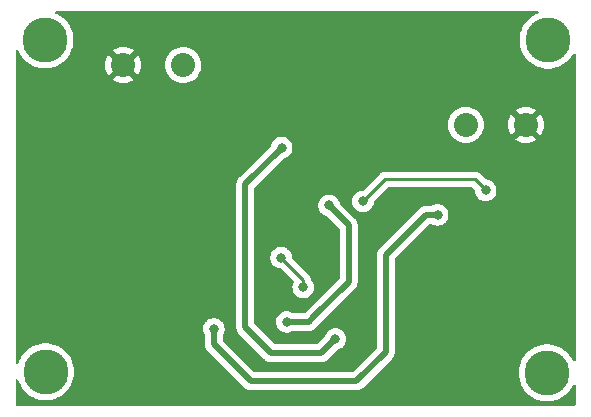
<source format=gbr>
%TF.GenerationSoftware,KiCad,Pcbnew,(6.0.10)*%
%TF.CreationDate,2023-02-10T16:59:39+05:30*%
%TF.ProjectId,MpptDemoBoard,4d707074-4465-46d6-9f42-6f6172642e6b,rev?*%
%TF.SameCoordinates,Original*%
%TF.FileFunction,Copper,L2,Bot*%
%TF.FilePolarity,Positive*%
%FSLAX46Y46*%
G04 Gerber Fmt 4.6, Leading zero omitted, Abs format (unit mm)*
G04 Created by KiCad (PCBNEW (6.0.10)) date 2023-02-10 16:59:39*
%MOMM*%
%LPD*%
G01*
G04 APERTURE LIST*
%TA.AperFunction,ComponentPad*%
%ADD10C,3.800000*%
%TD*%
%TA.AperFunction,ComponentPad*%
%ADD11C,2.032000*%
%TD*%
%TA.AperFunction,ViaPad*%
%ADD12C,0.800000*%
%TD*%
%TA.AperFunction,Conductor*%
%ADD13C,0.500000*%
%TD*%
%TA.AperFunction,Conductor*%
%ADD14C,0.250000*%
%TD*%
G04 APERTURE END LIST*
D10*
%TO.P,REF\u002A\u002A,1*%
%TO.N,N/C*%
X144551400Y-128955800D03*
%TD*%
%TO.P,REF\u002A\u002A,1*%
%TO.N,N/C*%
X144627600Y-100787200D03*
%TD*%
D11*
%TO.P,U1,1,1*%
%TO.N,Net-(C1-Pad2)*%
X137668000Y-107950000D03*
%TO.P,U1,2,2*%
%TO.N,GND*%
X142748000Y-107950000D03*
%TD*%
D10*
%TO.P,REF\u002A\u002A,1*%
%TO.N,N/C*%
X102031800Y-100761800D03*
%TD*%
%TO.P,REF\u002A\u002A,1*%
%TO.N,N/C*%
X102082600Y-128854200D03*
%TD*%
D11*
%TO.P,U2,1,1*%
%TO.N,Net-(R3-Pad2)*%
X113741200Y-102895400D03*
%TO.P,U2,2,2*%
%TO.N,GND*%
X108661200Y-102895400D03*
%TD*%
D12*
%TO.N,Net-(C1-Pad2)*%
X116332000Y-125222000D03*
X135280400Y-115570000D03*
%TO.N,Net-(C2-Pad1)*%
X128955800Y-114427000D03*
X139344400Y-113487200D03*
%TO.N,Net-(C3-Pad1)*%
X122504200Y-124637800D03*
X126085600Y-114782600D03*
%TO.N,Net-(C5-Pad1)*%
X126619000Y-126085600D03*
X122072400Y-109880400D03*
%TO.N,Net-(IC1-Pad3)*%
X122021600Y-119202200D03*
X123901200Y-121716800D03*
%TD*%
D13*
%TO.N,Net-(C1-Pad2)*%
X130886200Y-118948200D02*
X134264400Y-115570000D01*
X119456200Y-129667000D02*
X128397000Y-129667000D01*
X116332000Y-125222000D02*
X116332000Y-126390400D01*
X134264400Y-115570000D02*
X135280400Y-115570000D01*
X128397000Y-129667000D02*
X130886200Y-127177800D01*
X116306600Y-126415800D02*
X116306600Y-126517400D01*
X116306600Y-126517400D02*
X119456200Y-129667000D01*
X116332000Y-126390400D02*
X116306600Y-126415800D01*
X130886200Y-127177800D02*
X130886200Y-118948200D01*
D14*
%TO.N,Net-(C2-Pad1)*%
X138404600Y-112547400D02*
X139344400Y-113487200D01*
X130835400Y-112547400D02*
X135940800Y-112547400D01*
X128955800Y-114427000D02*
X130835400Y-112547400D01*
X135940800Y-112547400D02*
X138404600Y-112547400D01*
D13*
%TO.N,Net-(C3-Pad1)*%
X126085600Y-114782600D02*
X127736600Y-116433600D01*
X127736600Y-116433600D02*
X127736600Y-116916200D01*
X127736600Y-121285000D02*
X124764800Y-124256800D01*
X124383800Y-124637800D02*
X122504200Y-124637800D01*
X127736600Y-116916200D02*
X127736600Y-121285000D01*
X124764800Y-124256800D02*
X124383800Y-124637800D01*
%TO.N,Net-(C5-Pad1)*%
X118999000Y-125095000D02*
X121183400Y-127279400D01*
X125425200Y-127279400D02*
X126619000Y-126085600D01*
X122072400Y-109880400D02*
X118999000Y-112953800D01*
X121183400Y-127279400D02*
X124968000Y-127279400D01*
X124968000Y-127279400D02*
X125425200Y-127279400D01*
X118999000Y-112953800D02*
X118999000Y-125095000D01*
D14*
%TO.N,Net-(IC1-Pad3)*%
X123901200Y-121081800D02*
X123901200Y-121716800D01*
X122021600Y-119202200D02*
X123901200Y-121081800D01*
%TD*%
%TA.AperFunction,Conductor*%
%TO.N,GND*%
G36*
X143778320Y-98318502D02*
G01*
X143824813Y-98372158D01*
X143834917Y-98442432D01*
X143805423Y-98507012D01*
X143756583Y-98541652D01*
X143603757Y-98602160D01*
X143603752Y-98602162D01*
X143600083Y-98603615D01*
X143596615Y-98605521D01*
X143596614Y-98605522D01*
X143384185Y-98722307D01*
X143334510Y-98749616D01*
X143089329Y-98927750D01*
X142868408Y-99135208D01*
X142733670Y-99298079D01*
X142696243Y-99343320D01*
X142675230Y-99368720D01*
X142512842Y-99624602D01*
X142511155Y-99628188D01*
X142393356Y-99878525D01*
X142383806Y-99898819D01*
X142290155Y-100187046D01*
X142233367Y-100484738D01*
X142214338Y-100787200D01*
X142233367Y-101089662D01*
X142290155Y-101387354D01*
X142307596Y-101441031D01*
X142378172Y-101658240D01*
X142383806Y-101675581D01*
X142512842Y-101949798D01*
X142675230Y-102205680D01*
X142868408Y-102439192D01*
X143089329Y-102646650D01*
X143092531Y-102648977D01*
X143092533Y-102648978D01*
X143095927Y-102651444D01*
X143334510Y-102824784D01*
X143337979Y-102826691D01*
X143337982Y-102826693D01*
X143596614Y-102968878D01*
X143600083Y-102970785D01*
X143603752Y-102972238D01*
X143603757Y-102972240D01*
X143878191Y-103080896D01*
X143881861Y-103082349D01*
X144175400Y-103157716D01*
X144476070Y-103195700D01*
X144779130Y-103195700D01*
X145079800Y-103157716D01*
X145373339Y-103082349D01*
X145377009Y-103080896D01*
X145651443Y-102972240D01*
X145651448Y-102972238D01*
X145655117Y-102970785D01*
X145658586Y-102968878D01*
X145917218Y-102826693D01*
X145917221Y-102826691D01*
X145920690Y-102824784D01*
X146159273Y-102651444D01*
X146162667Y-102648978D01*
X146162669Y-102648977D01*
X146165871Y-102646650D01*
X146386792Y-102439192D01*
X146579970Y-102205680D01*
X146731515Y-101966884D01*
X146784904Y-101920085D01*
X146855119Y-101909580D01*
X146919867Y-101938704D01*
X146958591Y-101998210D01*
X146963900Y-102034398D01*
X146963900Y-127862246D01*
X146943898Y-127930367D01*
X146890242Y-127976860D01*
X146819968Y-127986964D01*
X146755388Y-127957470D01*
X146723892Y-127915894D01*
X146709310Y-127884905D01*
X146666158Y-127793202D01*
X146503770Y-127537320D01*
X146480363Y-127509025D01*
X146426562Y-127443992D01*
X146310592Y-127303808D01*
X146089671Y-127096350D01*
X145844490Y-126918216D01*
X145774158Y-126879550D01*
X145582386Y-126774122D01*
X145582385Y-126774121D01*
X145578917Y-126772215D01*
X145575248Y-126770762D01*
X145575243Y-126770760D01*
X145300809Y-126662104D01*
X145300808Y-126662104D01*
X145297139Y-126660651D01*
X145003600Y-126585284D01*
X144702930Y-126547300D01*
X144399870Y-126547300D01*
X144099200Y-126585284D01*
X143805661Y-126660651D01*
X143801992Y-126662104D01*
X143801991Y-126662104D01*
X143527557Y-126770760D01*
X143527552Y-126770762D01*
X143523883Y-126772215D01*
X143520415Y-126774121D01*
X143520414Y-126774122D01*
X143328643Y-126879550D01*
X143258310Y-126918216D01*
X143013129Y-127096350D01*
X142792208Y-127303808D01*
X142676238Y-127443992D01*
X142622438Y-127509025D01*
X142599030Y-127537320D01*
X142436642Y-127793202D01*
X142376304Y-127921428D01*
X142320490Y-128040040D01*
X142307606Y-128067419D01*
X142213955Y-128355646D01*
X142157167Y-128653338D01*
X142138138Y-128955800D01*
X142157167Y-129258262D01*
X142213955Y-129555954D01*
X142307606Y-129844181D01*
X142309293Y-129847767D01*
X142309295Y-129847771D01*
X142353911Y-129942585D01*
X142436642Y-130118398D01*
X142438766Y-130121744D01*
X142438766Y-130121745D01*
X142464728Y-130162655D01*
X142599030Y-130374280D01*
X142601549Y-130377325D01*
X142601552Y-130377329D01*
X142628731Y-130410182D01*
X142792208Y-130607792D01*
X143013129Y-130815250D01*
X143258310Y-130993384D01*
X143261779Y-130995291D01*
X143261782Y-130995293D01*
X143341721Y-131039240D01*
X143523883Y-131139385D01*
X143527552Y-131140838D01*
X143527557Y-131140840D01*
X143736916Y-131223731D01*
X143805661Y-131250949D01*
X144099200Y-131326316D01*
X144399870Y-131364300D01*
X144702930Y-131364300D01*
X145003600Y-131326316D01*
X145297139Y-131250949D01*
X145365884Y-131223731D01*
X145575243Y-131140840D01*
X145575248Y-131140838D01*
X145578917Y-131139385D01*
X145761079Y-131039240D01*
X145841018Y-130995293D01*
X145841021Y-130995291D01*
X145844490Y-130993384D01*
X146089671Y-130815250D01*
X146310592Y-130607792D01*
X146474069Y-130410182D01*
X146501248Y-130377329D01*
X146501251Y-130377325D01*
X146503770Y-130374280D01*
X146638072Y-130162655D01*
X146664034Y-130121745D01*
X146664034Y-130121744D01*
X146666158Y-130118398D01*
X146723892Y-129995706D01*
X146770994Y-129942585D01*
X146839339Y-129923362D01*
X146907227Y-129944141D01*
X146953104Y-129998324D01*
X146963900Y-130049354D01*
X146963900Y-131597900D01*
X146943898Y-131666021D01*
X146890242Y-131712514D01*
X146837900Y-131723900D01*
X99669100Y-131723900D01*
X99600979Y-131703898D01*
X99554486Y-131650242D01*
X99543100Y-131597900D01*
X99543100Y-129628024D01*
X99563102Y-129559903D01*
X99616758Y-129513410D01*
X99687032Y-129503306D01*
X99751612Y-129532800D01*
X99788933Y-129589088D01*
X99838806Y-129742581D01*
X99967842Y-130016798D01*
X100130230Y-130272680D01*
X100323408Y-130506192D01*
X100544329Y-130713650D01*
X100789510Y-130891784D01*
X100792979Y-130893691D01*
X100792982Y-130893693D01*
X100974318Y-130993384D01*
X101055083Y-131037785D01*
X101058752Y-131039238D01*
X101058757Y-131039240D01*
X101306878Y-131137478D01*
X101336861Y-131149349D01*
X101630400Y-131224716D01*
X101931070Y-131262700D01*
X102234130Y-131262700D01*
X102534800Y-131224716D01*
X102828339Y-131149349D01*
X102858322Y-131137478D01*
X103106443Y-131039240D01*
X103106448Y-131039238D01*
X103110117Y-131037785D01*
X103190882Y-130993384D01*
X103372218Y-130893693D01*
X103372221Y-130893691D01*
X103375690Y-130891784D01*
X103620871Y-130713650D01*
X103841792Y-130506192D01*
X104034970Y-130272680D01*
X104197358Y-130016798D01*
X104326394Y-129742581D01*
X104420045Y-129454354D01*
X104476833Y-129156662D01*
X104495862Y-128854200D01*
X104476833Y-128551738D01*
X104420045Y-128254046D01*
X104350280Y-128039333D01*
X104327620Y-127969592D01*
X104327620Y-127969591D01*
X104326394Y-127965819D01*
X104324113Y-127960970D01*
X104250700Y-127804960D01*
X104197358Y-127691602D01*
X104034970Y-127435720D01*
X103841792Y-127202208D01*
X103620871Y-126994750D01*
X103609526Y-126986507D01*
X103561630Y-126951709D01*
X103375690Y-126816616D01*
X103298395Y-126774122D01*
X103113586Y-126672522D01*
X103113585Y-126672521D01*
X103110117Y-126670615D01*
X103106448Y-126669162D01*
X103106443Y-126669160D01*
X102832009Y-126560504D01*
X102832008Y-126560504D01*
X102828339Y-126559051D01*
X102534800Y-126483684D01*
X102234130Y-126445700D01*
X101931070Y-126445700D01*
X101630400Y-126483684D01*
X101336861Y-126559051D01*
X101333192Y-126560504D01*
X101333191Y-126560504D01*
X101058757Y-126669160D01*
X101058752Y-126669162D01*
X101055083Y-126670615D01*
X101051615Y-126672521D01*
X101051614Y-126672522D01*
X100866806Y-126774122D01*
X100789510Y-126816616D01*
X100603570Y-126951709D01*
X100555675Y-126986507D01*
X100544329Y-126994750D01*
X100323408Y-127202208D01*
X100130230Y-127435720D01*
X99967842Y-127691602D01*
X99914500Y-127804960D01*
X99841088Y-127960970D01*
X99838806Y-127965819D01*
X99837580Y-127969591D01*
X99837580Y-127969592D01*
X99819859Y-128024133D01*
X99806961Y-128063829D01*
X99788933Y-128119312D01*
X99748860Y-128177918D01*
X99683463Y-128205555D01*
X99613506Y-128193448D01*
X99561200Y-128145442D01*
X99543100Y-128080376D01*
X99543100Y-125222000D01*
X115418496Y-125222000D01*
X115419186Y-125228565D01*
X115427930Y-125311755D01*
X115438458Y-125411928D01*
X115497473Y-125593556D01*
X115500776Y-125599278D01*
X115500777Y-125599279D01*
X115556619Y-125695999D01*
X115573500Y-125758999D01*
X115573500Y-126202543D01*
X115570860Y-126228201D01*
X115567114Y-126246211D01*
X115566144Y-126250496D01*
X115548792Y-126321410D01*
X115548100Y-126332564D01*
X115548064Y-126332562D01*
X115547825Y-126336555D01*
X115547451Y-126340747D01*
X115545960Y-126347915D01*
X115546158Y-126355232D01*
X115548054Y-126425321D01*
X115548100Y-126428728D01*
X115548100Y-126450330D01*
X115546667Y-126469280D01*
X115543401Y-126490749D01*
X115543994Y-126498041D01*
X115543994Y-126498044D01*
X115547685Y-126543418D01*
X115548100Y-126553633D01*
X115548100Y-126561693D01*
X115548525Y-126565337D01*
X115551389Y-126589907D01*
X115551822Y-126594282D01*
X115557141Y-126659670D01*
X115557740Y-126667037D01*
X115559996Y-126674001D01*
X115561187Y-126679960D01*
X115562571Y-126685815D01*
X115563418Y-126693081D01*
X115588335Y-126761727D01*
X115589752Y-126765855D01*
X115612249Y-126835299D01*
X115616045Y-126841554D01*
X115618551Y-126847028D01*
X115621270Y-126852458D01*
X115623767Y-126859337D01*
X115627780Y-126865457D01*
X115627780Y-126865458D01*
X115663786Y-126920376D01*
X115666123Y-126924080D01*
X115704005Y-126986507D01*
X115707721Y-126990715D01*
X115707722Y-126990716D01*
X115711403Y-126994884D01*
X115711376Y-126994908D01*
X115714029Y-126997900D01*
X115716732Y-127001133D01*
X115720744Y-127007252D01*
X115726056Y-127012284D01*
X115776983Y-127060528D01*
X115779425Y-127062906D01*
X118872430Y-130155911D01*
X118884816Y-130170323D01*
X118893349Y-130181918D01*
X118893354Y-130181923D01*
X118897692Y-130187818D01*
X118903270Y-130192557D01*
X118903273Y-130192560D01*
X118937968Y-130222035D01*
X118945484Y-130228965D01*
X118951179Y-130234660D01*
X118954061Y-130236940D01*
X118973451Y-130252281D01*
X118976855Y-130255072D01*
X119001170Y-130275729D01*
X119032485Y-130302333D01*
X119039001Y-130305661D01*
X119044050Y-130309028D01*
X119049179Y-130312195D01*
X119054916Y-130316734D01*
X119121075Y-130347655D01*
X119124969Y-130349558D01*
X119190008Y-130382769D01*
X119197116Y-130384508D01*
X119202759Y-130386607D01*
X119208522Y-130388524D01*
X119215150Y-130391622D01*
X119222312Y-130393112D01*
X119222313Y-130393112D01*
X119286612Y-130406486D01*
X119290896Y-130407456D01*
X119361810Y-130424808D01*
X119367412Y-130425156D01*
X119367415Y-130425156D01*
X119372964Y-130425500D01*
X119372962Y-130425536D01*
X119376955Y-130425775D01*
X119381147Y-130426149D01*
X119388315Y-130427640D01*
X119465720Y-130425546D01*
X119469128Y-130425500D01*
X128329930Y-130425500D01*
X128348880Y-130426933D01*
X128363115Y-130429099D01*
X128363119Y-130429099D01*
X128370349Y-130430199D01*
X128377641Y-130429606D01*
X128377644Y-130429606D01*
X128423018Y-130425915D01*
X128433233Y-130425500D01*
X128441293Y-130425500D01*
X128458680Y-130423473D01*
X128469507Y-130422211D01*
X128473882Y-130421778D01*
X128539339Y-130416454D01*
X128539342Y-130416453D01*
X128546637Y-130415860D01*
X128553601Y-130413604D01*
X128559560Y-130412413D01*
X128565415Y-130411029D01*
X128572681Y-130410182D01*
X128641327Y-130385265D01*
X128645455Y-130383848D01*
X128707936Y-130363607D01*
X128707938Y-130363606D01*
X128714899Y-130361351D01*
X128721154Y-130357555D01*
X128726628Y-130355049D01*
X128732058Y-130352330D01*
X128738937Y-130349833D01*
X128745058Y-130345820D01*
X128799976Y-130309814D01*
X128803680Y-130307477D01*
X128866107Y-130269595D01*
X128874484Y-130262197D01*
X128874508Y-130262224D01*
X128877500Y-130259571D01*
X128880733Y-130256868D01*
X128886852Y-130252856D01*
X128940128Y-130196617D01*
X128942506Y-130194175D01*
X131375111Y-127761570D01*
X131389523Y-127749184D01*
X131401118Y-127740651D01*
X131401123Y-127740646D01*
X131407018Y-127736308D01*
X131411757Y-127730730D01*
X131411760Y-127730727D01*
X131441235Y-127696032D01*
X131448165Y-127688516D01*
X131453860Y-127682821D01*
X131471481Y-127660549D01*
X131474272Y-127657145D01*
X131516791Y-127607097D01*
X131516792Y-127607095D01*
X131521533Y-127601515D01*
X131524861Y-127594999D01*
X131528228Y-127589950D01*
X131531395Y-127584821D01*
X131535934Y-127579084D01*
X131566855Y-127512925D01*
X131568761Y-127509025D01*
X131601969Y-127443992D01*
X131603708Y-127436884D01*
X131605807Y-127431241D01*
X131607724Y-127425478D01*
X131610822Y-127418850D01*
X131625687Y-127347383D01*
X131626657Y-127343099D01*
X131644008Y-127272190D01*
X131644700Y-127261036D01*
X131644736Y-127261038D01*
X131644975Y-127257045D01*
X131645349Y-127252853D01*
X131646840Y-127245685D01*
X131644746Y-127168279D01*
X131644700Y-127164872D01*
X131644700Y-119314571D01*
X131664702Y-119246450D01*
X131681605Y-119225476D01*
X134541676Y-116365405D01*
X134603988Y-116331379D01*
X134630771Y-116328500D01*
X134737813Y-116328500D01*
X134811872Y-116352563D01*
X134818302Y-116357235D01*
X134818309Y-116357239D01*
X134823648Y-116361118D01*
X134829676Y-116363802D01*
X134829678Y-116363803D01*
X134916549Y-116402480D01*
X134998112Y-116438794D01*
X135064739Y-116452956D01*
X135178456Y-116477128D01*
X135178461Y-116477128D01*
X135184913Y-116478500D01*
X135375887Y-116478500D01*
X135382339Y-116477128D01*
X135382344Y-116477128D01*
X135496061Y-116452956D01*
X135562688Y-116438794D01*
X135644251Y-116402480D01*
X135731122Y-116363803D01*
X135731124Y-116363802D01*
X135737152Y-116361118D01*
X135742497Y-116357235D01*
X135843345Y-116283964D01*
X135891653Y-116248866D01*
X135949033Y-116185139D01*
X136015021Y-116111852D01*
X136015022Y-116111851D01*
X136019440Y-116106944D01*
X136114927Y-115941556D01*
X136173942Y-115759928D01*
X136185632Y-115648709D01*
X136193214Y-115576565D01*
X136193904Y-115570000D01*
X136173942Y-115380072D01*
X136114927Y-115198444D01*
X136092662Y-115159879D01*
X136061477Y-115105866D01*
X136019440Y-115033056D01*
X135975400Y-114984144D01*
X135896075Y-114896045D01*
X135896074Y-114896044D01*
X135891653Y-114891134D01*
X135782047Y-114811500D01*
X135742494Y-114782763D01*
X135742493Y-114782762D01*
X135737152Y-114778882D01*
X135731124Y-114776198D01*
X135731122Y-114776197D01*
X135568719Y-114703891D01*
X135568718Y-114703891D01*
X135562688Y-114701206D01*
X135469287Y-114681353D01*
X135382344Y-114662872D01*
X135382339Y-114662872D01*
X135375887Y-114661500D01*
X135184913Y-114661500D01*
X135178461Y-114662872D01*
X135178456Y-114662872D01*
X135091513Y-114681353D01*
X134998112Y-114701206D01*
X134992082Y-114703891D01*
X134992081Y-114703891D01*
X134829678Y-114776197D01*
X134829676Y-114776198D01*
X134823648Y-114778882D01*
X134818309Y-114782761D01*
X134818302Y-114782765D01*
X134811872Y-114787437D01*
X134737813Y-114811500D01*
X134331469Y-114811500D01*
X134312521Y-114810067D01*
X134305180Y-114808950D01*
X134298283Y-114807901D01*
X134298281Y-114807901D01*
X134291051Y-114806801D01*
X134283759Y-114807394D01*
X134283756Y-114807394D01*
X134238382Y-114811085D01*
X134228167Y-114811500D01*
X134220107Y-114811500D01*
X134206817Y-114813049D01*
X134191893Y-114814789D01*
X134187518Y-114815222D01*
X134122061Y-114820546D01*
X134122058Y-114820547D01*
X134114763Y-114821140D01*
X134107799Y-114823396D01*
X134101840Y-114824587D01*
X134095985Y-114825971D01*
X134088719Y-114826818D01*
X134020073Y-114851735D01*
X134015945Y-114853152D01*
X133953464Y-114873393D01*
X133953462Y-114873394D01*
X133946501Y-114875649D01*
X133940246Y-114879445D01*
X133934772Y-114881951D01*
X133929342Y-114884670D01*
X133922463Y-114887167D01*
X133861416Y-114927191D01*
X133857727Y-114929518D01*
X133837535Y-114941771D01*
X133800093Y-114964491D01*
X133800088Y-114964495D01*
X133795292Y-114967405D01*
X133791085Y-114971121D01*
X133791082Y-114971123D01*
X133786945Y-114974777D01*
X133786916Y-114974803D01*
X133786893Y-114974777D01*
X133783903Y-114977426D01*
X133780664Y-114980134D01*
X133774548Y-114984144D01*
X133769521Y-114989451D01*
X133769517Y-114989454D01*
X133721272Y-115040383D01*
X133718894Y-115042825D01*
X130397289Y-118364430D01*
X130382877Y-118376816D01*
X130371282Y-118385349D01*
X130371277Y-118385354D01*
X130365382Y-118389692D01*
X130360643Y-118395270D01*
X130360640Y-118395273D01*
X130331165Y-118429968D01*
X130324235Y-118437484D01*
X130318540Y-118443179D01*
X130316260Y-118446061D01*
X130300919Y-118465451D01*
X130298128Y-118468855D01*
X130255609Y-118518903D01*
X130250867Y-118524485D01*
X130247539Y-118531001D01*
X130244172Y-118536050D01*
X130241005Y-118541179D01*
X130236466Y-118546916D01*
X130205545Y-118613075D01*
X130203642Y-118616969D01*
X130170431Y-118682008D01*
X130168692Y-118689116D01*
X130166593Y-118694759D01*
X130164676Y-118700522D01*
X130161578Y-118707150D01*
X130160088Y-118714312D01*
X130160088Y-118714313D01*
X130146714Y-118778612D01*
X130145744Y-118782896D01*
X130128392Y-118853810D01*
X130127700Y-118864964D01*
X130127664Y-118864962D01*
X130127425Y-118868955D01*
X130127051Y-118873147D01*
X130125560Y-118880315D01*
X130125758Y-118887632D01*
X130127654Y-118957721D01*
X130127700Y-118961128D01*
X130127700Y-126811429D01*
X130107698Y-126879550D01*
X130090795Y-126900524D01*
X128119724Y-128871595D01*
X128057412Y-128905621D01*
X128030629Y-128908500D01*
X119822571Y-128908500D01*
X119754450Y-128888498D01*
X119733476Y-128871595D01*
X117127405Y-126265524D01*
X117093379Y-126203212D01*
X117090500Y-126176429D01*
X117090500Y-125758999D01*
X117107381Y-125695999D01*
X117163223Y-125599279D01*
X117163224Y-125599278D01*
X117166527Y-125593556D01*
X117225542Y-125411928D01*
X117236071Y-125311755D01*
X117244814Y-125228565D01*
X117245504Y-125222000D01*
X117240537Y-125174744D01*
X117229355Y-125068349D01*
X118235801Y-125068349D01*
X118236394Y-125075641D01*
X118236394Y-125075644D01*
X118240085Y-125121018D01*
X118240500Y-125131233D01*
X118240500Y-125139293D01*
X118240925Y-125142937D01*
X118243789Y-125167507D01*
X118244222Y-125171882D01*
X118249493Y-125236678D01*
X118250140Y-125244637D01*
X118252396Y-125251601D01*
X118253587Y-125257560D01*
X118254971Y-125263415D01*
X118255818Y-125270681D01*
X118280735Y-125339327D01*
X118282152Y-125343455D01*
X118300438Y-125399899D01*
X118304649Y-125412899D01*
X118308445Y-125419154D01*
X118310951Y-125424628D01*
X118313670Y-125430058D01*
X118316167Y-125436937D01*
X118320180Y-125443057D01*
X118320180Y-125443058D01*
X118356186Y-125497976D01*
X118358523Y-125501680D01*
X118396405Y-125564107D01*
X118400121Y-125568315D01*
X118400122Y-125568316D01*
X118403803Y-125572484D01*
X118403776Y-125572508D01*
X118406429Y-125575500D01*
X118409132Y-125578733D01*
X118413144Y-125584852D01*
X118418456Y-125589884D01*
X118469383Y-125638128D01*
X118471825Y-125640506D01*
X120599630Y-127768311D01*
X120612016Y-127782723D01*
X120620549Y-127794318D01*
X120620554Y-127794323D01*
X120624892Y-127800218D01*
X120630470Y-127804957D01*
X120630473Y-127804960D01*
X120665168Y-127834435D01*
X120672684Y-127841365D01*
X120678379Y-127847060D01*
X120681261Y-127849340D01*
X120700651Y-127864681D01*
X120704055Y-127867472D01*
X120754103Y-127909991D01*
X120759685Y-127914733D01*
X120766201Y-127918061D01*
X120771250Y-127921428D01*
X120776379Y-127924595D01*
X120782116Y-127929134D01*
X120848275Y-127960055D01*
X120852169Y-127961958D01*
X120917208Y-127995169D01*
X120924316Y-127996908D01*
X120929959Y-127999007D01*
X120935722Y-128000924D01*
X120942350Y-128004022D01*
X120949512Y-128005512D01*
X120949513Y-128005512D01*
X121013812Y-128018886D01*
X121018096Y-128019856D01*
X121089010Y-128037208D01*
X121094612Y-128037556D01*
X121094615Y-128037556D01*
X121100164Y-128037900D01*
X121100162Y-128037936D01*
X121104155Y-128038175D01*
X121108347Y-128038549D01*
X121115515Y-128040040D01*
X121192920Y-128037946D01*
X121196328Y-128037900D01*
X125358130Y-128037900D01*
X125377080Y-128039333D01*
X125391315Y-128041499D01*
X125391319Y-128041499D01*
X125398549Y-128042599D01*
X125405841Y-128042006D01*
X125405844Y-128042006D01*
X125451218Y-128038315D01*
X125461433Y-128037900D01*
X125469493Y-128037900D01*
X125486880Y-128035873D01*
X125497707Y-128034611D01*
X125502082Y-128034178D01*
X125567539Y-128028854D01*
X125567542Y-128028853D01*
X125574837Y-128028260D01*
X125581801Y-128026004D01*
X125587760Y-128024813D01*
X125593615Y-128023429D01*
X125600881Y-128022582D01*
X125669527Y-127997665D01*
X125673655Y-127996248D01*
X125736136Y-127976007D01*
X125736138Y-127976006D01*
X125743099Y-127973751D01*
X125749354Y-127969955D01*
X125754828Y-127967449D01*
X125760258Y-127964730D01*
X125767137Y-127962233D01*
X125774402Y-127957470D01*
X125828176Y-127922214D01*
X125831880Y-127919877D01*
X125894307Y-127881995D01*
X125902684Y-127874597D01*
X125902708Y-127874624D01*
X125905700Y-127871971D01*
X125908933Y-127869268D01*
X125915052Y-127865256D01*
X125968328Y-127809017D01*
X125970706Y-127806575D01*
X126775331Y-127001950D01*
X126838228Y-126967799D01*
X126894824Y-126955769D01*
X126894833Y-126955766D01*
X126901288Y-126954394D01*
X126969341Y-126924095D01*
X127069722Y-126879403D01*
X127069724Y-126879402D01*
X127075752Y-126876718D01*
X127116997Y-126846752D01*
X127165614Y-126811429D01*
X127230253Y-126764466D01*
X127294528Y-126693081D01*
X127353621Y-126627452D01*
X127353622Y-126627451D01*
X127358040Y-126622544D01*
X127418387Y-126518021D01*
X127450223Y-126462879D01*
X127450224Y-126462878D01*
X127453527Y-126457156D01*
X127512542Y-126275528D01*
X127513594Y-126265524D01*
X127531814Y-126092165D01*
X127532504Y-126085600D01*
X127512542Y-125895672D01*
X127453527Y-125714044D01*
X127358040Y-125548656D01*
X127240583Y-125418206D01*
X127234675Y-125411645D01*
X127234674Y-125411644D01*
X127230253Y-125406734D01*
X127075752Y-125294482D01*
X127069724Y-125291798D01*
X127069722Y-125291797D01*
X126907319Y-125219491D01*
X126907318Y-125219491D01*
X126901288Y-125216806D01*
X126807888Y-125196953D01*
X126720944Y-125178472D01*
X126720939Y-125178472D01*
X126714487Y-125177100D01*
X126523513Y-125177100D01*
X126517061Y-125178472D01*
X126517056Y-125178472D01*
X126430112Y-125196953D01*
X126336712Y-125216806D01*
X126330682Y-125219491D01*
X126330681Y-125219491D01*
X126168278Y-125291797D01*
X126168276Y-125291798D01*
X126162248Y-125294482D01*
X126007747Y-125406734D01*
X126003326Y-125411644D01*
X126003325Y-125411645D01*
X125997418Y-125418206D01*
X125879960Y-125548656D01*
X125784473Y-125714044D01*
X125782431Y-125720329D01*
X125729613Y-125882885D01*
X125698875Y-125933044D01*
X125147924Y-126483995D01*
X125085612Y-126518021D01*
X125058829Y-126520900D01*
X121549771Y-126520900D01*
X121481650Y-126500898D01*
X121460676Y-126483995D01*
X119794405Y-124817724D01*
X119760379Y-124755412D01*
X119757500Y-124728629D01*
X119757500Y-124637800D01*
X121590696Y-124637800D01*
X121591386Y-124644365D01*
X121609607Y-124817724D01*
X121610658Y-124827728D01*
X121669673Y-125009356D01*
X121672976Y-125015078D01*
X121672977Y-125015079D01*
X121699556Y-125061115D01*
X121765160Y-125174744D01*
X121769578Y-125179651D01*
X121769579Y-125179652D01*
X121860486Y-125280614D01*
X121892947Y-125316666D01*
X121924092Y-125339294D01*
X122042104Y-125425035D01*
X122047448Y-125428918D01*
X122053476Y-125431602D01*
X122053478Y-125431603D01*
X122215881Y-125503909D01*
X122221912Y-125506594D01*
X122315312Y-125526447D01*
X122402256Y-125544928D01*
X122402261Y-125544928D01*
X122408713Y-125546300D01*
X122599687Y-125546300D01*
X122606139Y-125544928D01*
X122606144Y-125544928D01*
X122693088Y-125526447D01*
X122786488Y-125506594D01*
X122792519Y-125503909D01*
X122954922Y-125431603D01*
X122954924Y-125431602D01*
X122960952Y-125428918D01*
X122966291Y-125425039D01*
X122966298Y-125425035D01*
X122972728Y-125420363D01*
X123046787Y-125396300D01*
X124316730Y-125396300D01*
X124335680Y-125397733D01*
X124349915Y-125399899D01*
X124349919Y-125399899D01*
X124357149Y-125400999D01*
X124364441Y-125400406D01*
X124364444Y-125400406D01*
X124409818Y-125396715D01*
X124420033Y-125396300D01*
X124428093Y-125396300D01*
X124441383Y-125394751D01*
X124456307Y-125393011D01*
X124460682Y-125392578D01*
X124526139Y-125387254D01*
X124526142Y-125387253D01*
X124533437Y-125386660D01*
X124540401Y-125384404D01*
X124546360Y-125383213D01*
X124552215Y-125381829D01*
X124559481Y-125380982D01*
X124628127Y-125356065D01*
X124632255Y-125354648D01*
X124694736Y-125334407D01*
X124694738Y-125334406D01*
X124701699Y-125332151D01*
X124707954Y-125328355D01*
X124713428Y-125325849D01*
X124718858Y-125323130D01*
X124725737Y-125320633D01*
X124786776Y-125280614D01*
X124790480Y-125278277D01*
X124852907Y-125240395D01*
X124861284Y-125232997D01*
X124861308Y-125233024D01*
X124864300Y-125230371D01*
X124867533Y-125227668D01*
X124873652Y-125223656D01*
X124926928Y-125167417D01*
X124929306Y-125164975D01*
X128225511Y-121868770D01*
X128239923Y-121856384D01*
X128251518Y-121847851D01*
X128251523Y-121847846D01*
X128257418Y-121843508D01*
X128262157Y-121837930D01*
X128262160Y-121837927D01*
X128291635Y-121803232D01*
X128298565Y-121795716D01*
X128304260Y-121790021D01*
X128321881Y-121767749D01*
X128324672Y-121764345D01*
X128367191Y-121714297D01*
X128367192Y-121714295D01*
X128371933Y-121708715D01*
X128375261Y-121702199D01*
X128378628Y-121697150D01*
X128381795Y-121692021D01*
X128386334Y-121686284D01*
X128417255Y-121620125D01*
X128419161Y-121616225D01*
X128452369Y-121551192D01*
X128454108Y-121544083D01*
X128456204Y-121538449D01*
X128458123Y-121532679D01*
X128461222Y-121526050D01*
X128476091Y-121454565D01*
X128477061Y-121450282D01*
X128493073Y-121384844D01*
X128494408Y-121379390D01*
X128495100Y-121368236D01*
X128495135Y-121368238D01*
X128495375Y-121364266D01*
X128495752Y-121360045D01*
X128497241Y-121352885D01*
X128495146Y-121275458D01*
X128495100Y-121272050D01*
X128495100Y-116500670D01*
X128496533Y-116481720D01*
X128498699Y-116467485D01*
X128498699Y-116467481D01*
X128499799Y-116460251D01*
X128498166Y-116440166D01*
X128495515Y-116407582D01*
X128495100Y-116397367D01*
X128495100Y-116389307D01*
X128491809Y-116361080D01*
X128491378Y-116356721D01*
X128486054Y-116291262D01*
X128486053Y-116291259D01*
X128485460Y-116283964D01*
X128483204Y-116277000D01*
X128482017Y-116271061D01*
X128480630Y-116265190D01*
X128479782Y-116257919D01*
X128477286Y-116251043D01*
X128477284Y-116251034D01*
X128454875Y-116189302D01*
X128453465Y-116185198D01*
X128430952Y-116115701D01*
X128427156Y-116109446D01*
X128424657Y-116103987D01*
X128421929Y-116098539D01*
X128419433Y-116091663D01*
X128379405Y-116030610D01*
X128377081Y-116026927D01*
X128342100Y-115969280D01*
X128342099Y-115969279D01*
X128339195Y-115964493D01*
X128331798Y-115956117D01*
X128331825Y-115956093D01*
X128329170Y-115953099D01*
X128326468Y-115949868D01*
X128322456Y-115943748D01*
X128266217Y-115890472D01*
X128263775Y-115888094D01*
X127005725Y-114630044D01*
X126974987Y-114579885D01*
X126927445Y-114433565D01*
X126925312Y-114427000D01*
X128042296Y-114427000D01*
X128042986Y-114433565D01*
X128059709Y-114592672D01*
X128062258Y-114616928D01*
X128121273Y-114798556D01*
X128124576Y-114804278D01*
X128124577Y-114804279D01*
X128151970Y-114851724D01*
X128216760Y-114963944D01*
X128344547Y-115105866D01*
X128402362Y-115147871D01*
X128480620Y-115204729D01*
X128499048Y-115218118D01*
X128505076Y-115220802D01*
X128505078Y-115220803D01*
X128667481Y-115293109D01*
X128673512Y-115295794D01*
X128766913Y-115315647D01*
X128853856Y-115334128D01*
X128853861Y-115334128D01*
X128860313Y-115335500D01*
X129051287Y-115335500D01*
X129057739Y-115334128D01*
X129057744Y-115334128D01*
X129144687Y-115315647D01*
X129238088Y-115295794D01*
X129244119Y-115293109D01*
X129406522Y-115220803D01*
X129406524Y-115220802D01*
X129412552Y-115218118D01*
X129430981Y-115204729D01*
X129509238Y-115147871D01*
X129567053Y-115105866D01*
X129694840Y-114963944D01*
X129759630Y-114851724D01*
X129787023Y-114804279D01*
X129787024Y-114804278D01*
X129790327Y-114798556D01*
X129849342Y-114616928D01*
X129851892Y-114592672D01*
X129866707Y-114451707D01*
X129893720Y-114386050D01*
X129902922Y-114375782D01*
X131060900Y-113217805D01*
X131123212Y-113183779D01*
X131149995Y-113180900D01*
X138090006Y-113180900D01*
X138158127Y-113200902D01*
X138179101Y-113217805D01*
X138397278Y-113435982D01*
X138431304Y-113498294D01*
X138433492Y-113511903D01*
X138450858Y-113677128D01*
X138509873Y-113858756D01*
X138605360Y-114024144D01*
X138609778Y-114029051D01*
X138609779Y-114029052D01*
X138673527Y-114099851D01*
X138733147Y-114166066D01*
X138887648Y-114278318D01*
X138893676Y-114281002D01*
X138893678Y-114281003D01*
X139056081Y-114353309D01*
X139062112Y-114355994D01*
X139155207Y-114375782D01*
X139242456Y-114394328D01*
X139242461Y-114394328D01*
X139248913Y-114395700D01*
X139439887Y-114395700D01*
X139446339Y-114394328D01*
X139446344Y-114394328D01*
X139533593Y-114375782D01*
X139626688Y-114355994D01*
X139632719Y-114353309D01*
X139795122Y-114281003D01*
X139795124Y-114281002D01*
X139801152Y-114278318D01*
X139955653Y-114166066D01*
X140015273Y-114099851D01*
X140079021Y-114029052D01*
X140079022Y-114029051D01*
X140083440Y-114024144D01*
X140178927Y-113858756D01*
X140237942Y-113677128D01*
X140257904Y-113487200D01*
X140237942Y-113297272D01*
X140178927Y-113115644D01*
X140083440Y-112950256D01*
X140032096Y-112893232D01*
X139960075Y-112813245D01*
X139960074Y-112813244D01*
X139955653Y-112808334D01*
X139856557Y-112736336D01*
X139806494Y-112699963D01*
X139806493Y-112699962D01*
X139801152Y-112696082D01*
X139795124Y-112693398D01*
X139795122Y-112693397D01*
X139632719Y-112621091D01*
X139632718Y-112621091D01*
X139626688Y-112618406D01*
X139533287Y-112598553D01*
X139446344Y-112580072D01*
X139446339Y-112580072D01*
X139439887Y-112578700D01*
X139383995Y-112578700D01*
X139315874Y-112558698D01*
X139294900Y-112541795D01*
X138908252Y-112155147D01*
X138900712Y-112146861D01*
X138896600Y-112140382D01*
X138846948Y-112093756D01*
X138844107Y-112091002D01*
X138824370Y-112071265D01*
X138821173Y-112068785D01*
X138812151Y-112061080D01*
X138798722Y-112048469D01*
X138779921Y-112030814D01*
X138772975Y-112026995D01*
X138772972Y-112026993D01*
X138762166Y-112021052D01*
X138745647Y-112010201D01*
X138745183Y-112009841D01*
X138729641Y-111997786D01*
X138722372Y-111994641D01*
X138722368Y-111994638D01*
X138689063Y-111980226D01*
X138678413Y-111975009D01*
X138639660Y-111953705D01*
X138620037Y-111948667D01*
X138601334Y-111942263D01*
X138590020Y-111937367D01*
X138590019Y-111937367D01*
X138582745Y-111934219D01*
X138574922Y-111932980D01*
X138574912Y-111932977D01*
X138539076Y-111927301D01*
X138527456Y-111924895D01*
X138492311Y-111915872D01*
X138492310Y-111915872D01*
X138484630Y-111913900D01*
X138464376Y-111913900D01*
X138444665Y-111912349D01*
X138432486Y-111910420D01*
X138424657Y-111909180D01*
X138395386Y-111911947D01*
X138380639Y-111913341D01*
X138368781Y-111913900D01*
X130914167Y-111913900D01*
X130902984Y-111913373D01*
X130895491Y-111911698D01*
X130887565Y-111911947D01*
X130887564Y-111911947D01*
X130827401Y-111913838D01*
X130823443Y-111913900D01*
X130795544Y-111913900D01*
X130791554Y-111914404D01*
X130779720Y-111915336D01*
X130735511Y-111916726D01*
X130727897Y-111918938D01*
X130727892Y-111918939D01*
X130716059Y-111922377D01*
X130696696Y-111926388D01*
X130676603Y-111928926D01*
X130669236Y-111931843D01*
X130669231Y-111931844D01*
X130635492Y-111945202D01*
X130624265Y-111949046D01*
X130581807Y-111961382D01*
X130574981Y-111965419D01*
X130564372Y-111971693D01*
X130546624Y-111980388D01*
X130527783Y-111987848D01*
X130521367Y-111992510D01*
X130521366Y-111992510D01*
X130492013Y-112013836D01*
X130482093Y-112020352D01*
X130450865Y-112038820D01*
X130450862Y-112038822D01*
X130444038Y-112042858D01*
X130429717Y-112057179D01*
X130414684Y-112070019D01*
X130398293Y-112081928D01*
X130389617Y-112092416D01*
X130370102Y-112116005D01*
X130362112Y-112124784D01*
X129005300Y-113481595D01*
X128942988Y-113515621D01*
X128916205Y-113518500D01*
X128860313Y-113518500D01*
X128853861Y-113519872D01*
X128853856Y-113519872D01*
X128766912Y-113538353D01*
X128673512Y-113558206D01*
X128667482Y-113560891D01*
X128667481Y-113560891D01*
X128505078Y-113633197D01*
X128505076Y-113633198D01*
X128499048Y-113635882D01*
X128344547Y-113748134D01*
X128340126Y-113753044D01*
X128340125Y-113753045D01*
X128239790Y-113864479D01*
X128216760Y-113890056D01*
X128121273Y-114055444D01*
X128062258Y-114237072D01*
X128042296Y-114427000D01*
X126925312Y-114427000D01*
X126920127Y-114411044D01*
X126899769Y-114375782D01*
X126882914Y-114346590D01*
X126824640Y-114245656D01*
X126696853Y-114103734D01*
X126542352Y-113991482D01*
X126536324Y-113988798D01*
X126536322Y-113988797D01*
X126373919Y-113916491D01*
X126373918Y-113916491D01*
X126367888Y-113913806D01*
X126256154Y-113890056D01*
X126187544Y-113875472D01*
X126187539Y-113875472D01*
X126181087Y-113874100D01*
X125990113Y-113874100D01*
X125983661Y-113875472D01*
X125983656Y-113875472D01*
X125915046Y-113890056D01*
X125803312Y-113913806D01*
X125797282Y-113916491D01*
X125797281Y-113916491D01*
X125634878Y-113988797D01*
X125634876Y-113988798D01*
X125628848Y-113991482D01*
X125474347Y-114103734D01*
X125346560Y-114245656D01*
X125288286Y-114346590D01*
X125271432Y-114375782D01*
X125251073Y-114411044D01*
X125192058Y-114592672D01*
X125191368Y-114599233D01*
X125191368Y-114599235D01*
X125172786Y-114776035D01*
X125172096Y-114782600D01*
X125172786Y-114789165D01*
X125187539Y-114929528D01*
X125192058Y-114972528D01*
X125251073Y-115154156D01*
X125254376Y-115159878D01*
X125254377Y-115159879D01*
X125276643Y-115198444D01*
X125346560Y-115319544D01*
X125350978Y-115324451D01*
X125350979Y-115324452D01*
X125406969Y-115386635D01*
X125474347Y-115461466D01*
X125573443Y-115533464D01*
X125614695Y-115563435D01*
X125628848Y-115573718D01*
X125634876Y-115576402D01*
X125634878Y-115576403D01*
X125635242Y-115576565D01*
X125803312Y-115651394D01*
X125809767Y-115652766D01*
X125809776Y-115652769D01*
X125866372Y-115664799D01*
X125929269Y-115698950D01*
X126941195Y-116710876D01*
X126975221Y-116773188D01*
X126978100Y-116799971D01*
X126978100Y-120918629D01*
X126958098Y-120986750D01*
X126941195Y-121007724D01*
X124106524Y-123842395D01*
X124044212Y-123876421D01*
X124017429Y-123879300D01*
X123046787Y-123879300D01*
X122972728Y-123855237D01*
X122966298Y-123850565D01*
X122966291Y-123850561D01*
X122960952Y-123846682D01*
X122954924Y-123843998D01*
X122954922Y-123843997D01*
X122792519Y-123771691D01*
X122792518Y-123771691D01*
X122786488Y-123769006D01*
X122693087Y-123749153D01*
X122606144Y-123730672D01*
X122606139Y-123730672D01*
X122599687Y-123729300D01*
X122408713Y-123729300D01*
X122402261Y-123730672D01*
X122402256Y-123730672D01*
X122315313Y-123749153D01*
X122221912Y-123769006D01*
X122215882Y-123771691D01*
X122215881Y-123771691D01*
X122053478Y-123843997D01*
X122053476Y-123843998D01*
X122047448Y-123846682D01*
X122042107Y-123850562D01*
X122042106Y-123850563D01*
X122035673Y-123855237D01*
X121892947Y-123958934D01*
X121765160Y-124100856D01*
X121669673Y-124266244D01*
X121610658Y-124447872D01*
X121609968Y-124454433D01*
X121609968Y-124454435D01*
X121591386Y-124631235D01*
X121590696Y-124637800D01*
X119757500Y-124637800D01*
X119757500Y-119202200D01*
X121108096Y-119202200D01*
X121108786Y-119208765D01*
X121119907Y-119314571D01*
X121128058Y-119392128D01*
X121187073Y-119573756D01*
X121282560Y-119739144D01*
X121410347Y-119881066D01*
X121564848Y-119993318D01*
X121570876Y-119996002D01*
X121570878Y-119996003D01*
X121733281Y-120068309D01*
X121739312Y-120070994D01*
X121832713Y-120090847D01*
X121919656Y-120109328D01*
X121919661Y-120109328D01*
X121926113Y-120110700D01*
X121982006Y-120110700D01*
X122050127Y-120130702D01*
X122071101Y-120147605D01*
X123072269Y-121148774D01*
X123106295Y-121211086D01*
X123101230Y-121281902D01*
X123092294Y-121300867D01*
X123066673Y-121345244D01*
X123007658Y-121526872D01*
X123006968Y-121533433D01*
X123006968Y-121533435D01*
X123006441Y-121538449D01*
X122987696Y-121716800D01*
X122988386Y-121723365D01*
X123003669Y-121868770D01*
X123007658Y-121906728D01*
X123066673Y-122088356D01*
X123162160Y-122253744D01*
X123289947Y-122395666D01*
X123444448Y-122507918D01*
X123450476Y-122510602D01*
X123450478Y-122510603D01*
X123612881Y-122582909D01*
X123618912Y-122585594D01*
X123712312Y-122605447D01*
X123799256Y-122623928D01*
X123799261Y-122623928D01*
X123805713Y-122625300D01*
X123996687Y-122625300D01*
X124003139Y-122623928D01*
X124003144Y-122623928D01*
X124090088Y-122605447D01*
X124183488Y-122585594D01*
X124189519Y-122582909D01*
X124351922Y-122510603D01*
X124351924Y-122510602D01*
X124357952Y-122507918D01*
X124512453Y-122395666D01*
X124640240Y-122253744D01*
X124735727Y-122088356D01*
X124794742Y-121906728D01*
X124798732Y-121868770D01*
X124814014Y-121723365D01*
X124814704Y-121716800D01*
X124795959Y-121538449D01*
X124795432Y-121533435D01*
X124795432Y-121533433D01*
X124794742Y-121526872D01*
X124735727Y-121345244D01*
X124640240Y-121179856D01*
X124565254Y-121096575D01*
X124534537Y-121032568D01*
X124532953Y-121016226D01*
X124532123Y-120989836D01*
X124531874Y-120981911D01*
X124529662Y-120974297D01*
X124529661Y-120974292D01*
X124526223Y-120962459D01*
X124522212Y-120943095D01*
X124520667Y-120930864D01*
X124519674Y-120923003D01*
X124516757Y-120915636D01*
X124516756Y-120915631D01*
X124503398Y-120881892D01*
X124499554Y-120870665D01*
X124489430Y-120835822D01*
X124487218Y-120828207D01*
X124476907Y-120810772D01*
X124468212Y-120793024D01*
X124460752Y-120774183D01*
X124434764Y-120738413D01*
X124428248Y-120728493D01*
X124409780Y-120697265D01*
X124409778Y-120697262D01*
X124405742Y-120690438D01*
X124391421Y-120676117D01*
X124378580Y-120661083D01*
X124371331Y-120651106D01*
X124366672Y-120644693D01*
X124332595Y-120616502D01*
X124323816Y-120608512D01*
X122968722Y-119253417D01*
X122934696Y-119191105D01*
X122932507Y-119177492D01*
X122915832Y-119018835D01*
X122915832Y-119018833D01*
X122915142Y-119012272D01*
X122856127Y-118830644D01*
X122760640Y-118665256D01*
X122660052Y-118553541D01*
X122637275Y-118528245D01*
X122637274Y-118528244D01*
X122632853Y-118523334D01*
X122522530Y-118443179D01*
X122483694Y-118414963D01*
X122483693Y-118414962D01*
X122478352Y-118411082D01*
X122472324Y-118408398D01*
X122472322Y-118408397D01*
X122309919Y-118336091D01*
X122309918Y-118336091D01*
X122303888Y-118333406D01*
X122210487Y-118313553D01*
X122123544Y-118295072D01*
X122123539Y-118295072D01*
X122117087Y-118293700D01*
X121926113Y-118293700D01*
X121919661Y-118295072D01*
X121919656Y-118295072D01*
X121832713Y-118313553D01*
X121739312Y-118333406D01*
X121733282Y-118336091D01*
X121733281Y-118336091D01*
X121570878Y-118408397D01*
X121570876Y-118408398D01*
X121564848Y-118411082D01*
X121559507Y-118414962D01*
X121559506Y-118414963D01*
X121520670Y-118443179D01*
X121410347Y-118523334D01*
X121405926Y-118528244D01*
X121405925Y-118528245D01*
X121383149Y-118553541D01*
X121282560Y-118665256D01*
X121187073Y-118830644D01*
X121128058Y-119012272D01*
X121108096Y-119202200D01*
X119757500Y-119202200D01*
X119757500Y-113320171D01*
X119777502Y-113252050D01*
X119794405Y-113231076D01*
X122228731Y-110796750D01*
X122291628Y-110762599D01*
X122348224Y-110750569D01*
X122348233Y-110750566D01*
X122354688Y-110749194D01*
X122360719Y-110746509D01*
X122523122Y-110674203D01*
X122523124Y-110674202D01*
X122529152Y-110671518D01*
X122683653Y-110559266D01*
X122811440Y-110417344D01*
X122906927Y-110251956D01*
X122965942Y-110070328D01*
X122985904Y-109880400D01*
X122965942Y-109690472D01*
X122906927Y-109508844D01*
X122811440Y-109343456D01*
X122683653Y-109201534D01*
X122529152Y-109089282D01*
X122523124Y-109086598D01*
X122523122Y-109086597D01*
X122360719Y-109014291D01*
X122360718Y-109014291D01*
X122354688Y-109011606D01*
X122261287Y-108991753D01*
X122174344Y-108973272D01*
X122174339Y-108973272D01*
X122167887Y-108971900D01*
X121976913Y-108971900D01*
X121970461Y-108973272D01*
X121970456Y-108973272D01*
X121883512Y-108991753D01*
X121790112Y-109011606D01*
X121784082Y-109014291D01*
X121784081Y-109014291D01*
X121621678Y-109086597D01*
X121621676Y-109086598D01*
X121615648Y-109089282D01*
X121461147Y-109201534D01*
X121333360Y-109343456D01*
X121237873Y-109508844D01*
X121235831Y-109515129D01*
X121183013Y-109677685D01*
X121152275Y-109727844D01*
X118510089Y-112370030D01*
X118495677Y-112382416D01*
X118484082Y-112390949D01*
X118484077Y-112390954D01*
X118478182Y-112395292D01*
X118473443Y-112400870D01*
X118473440Y-112400873D01*
X118443965Y-112435568D01*
X118437035Y-112443084D01*
X118431340Y-112448779D01*
X118429060Y-112451661D01*
X118413719Y-112471051D01*
X118410928Y-112474455D01*
X118368409Y-112524503D01*
X118363667Y-112530085D01*
X118360339Y-112536601D01*
X118356972Y-112541650D01*
X118353805Y-112546779D01*
X118349266Y-112552516D01*
X118318345Y-112618675D01*
X118316442Y-112622569D01*
X118283231Y-112687608D01*
X118281492Y-112694716D01*
X118279393Y-112700359D01*
X118277476Y-112706122D01*
X118274378Y-112712750D01*
X118272888Y-112719912D01*
X118272888Y-112719913D01*
X118259514Y-112784212D01*
X118258544Y-112788496D01*
X118241192Y-112859410D01*
X118240500Y-112870564D01*
X118240464Y-112870562D01*
X118240225Y-112874555D01*
X118239851Y-112878747D01*
X118238360Y-112885915D01*
X118238558Y-112893232D01*
X118240454Y-112963321D01*
X118240500Y-112966728D01*
X118240500Y-125027930D01*
X118239067Y-125046880D01*
X118235801Y-125068349D01*
X117229355Y-125068349D01*
X117226232Y-125038635D01*
X117226232Y-125038633D01*
X117225542Y-125032072D01*
X117166527Y-124850444D01*
X117157037Y-124834006D01*
X117074341Y-124690774D01*
X117071040Y-124685056D01*
X117022580Y-124631235D01*
X116947675Y-124548045D01*
X116947674Y-124548044D01*
X116943253Y-124543134D01*
X116788752Y-124430882D01*
X116782724Y-124428198D01*
X116782722Y-124428197D01*
X116620319Y-124355891D01*
X116620318Y-124355891D01*
X116614288Y-124353206D01*
X116520887Y-124333353D01*
X116433944Y-124314872D01*
X116433939Y-124314872D01*
X116427487Y-124313500D01*
X116236513Y-124313500D01*
X116230061Y-124314872D01*
X116230056Y-124314872D01*
X116143113Y-124333353D01*
X116049712Y-124353206D01*
X116043682Y-124355891D01*
X116043681Y-124355891D01*
X115881278Y-124428197D01*
X115881276Y-124428198D01*
X115875248Y-124430882D01*
X115720747Y-124543134D01*
X115716326Y-124548044D01*
X115716325Y-124548045D01*
X115641421Y-124631235D01*
X115592960Y-124685056D01*
X115589659Y-124690774D01*
X115506964Y-124834006D01*
X115497473Y-124850444D01*
X115438458Y-125032072D01*
X115437768Y-125038633D01*
X115437768Y-125038635D01*
X115423463Y-125174744D01*
X115418496Y-125222000D01*
X99543100Y-125222000D01*
X99543100Y-107950000D01*
X136138786Y-107950000D01*
X136157613Y-108189222D01*
X136158767Y-108194029D01*
X136158768Y-108194035D01*
X136194043Y-108340963D01*
X136213631Y-108422553D01*
X136305460Y-108644249D01*
X136430840Y-108848849D01*
X136586682Y-109031318D01*
X136769151Y-109187160D01*
X136973751Y-109312540D01*
X136978321Y-109314433D01*
X136978323Y-109314434D01*
X137190874Y-109402475D01*
X137195447Y-109404369D01*
X137277037Y-109423957D01*
X137423965Y-109459232D01*
X137423971Y-109459233D01*
X137428778Y-109460387D01*
X137668000Y-109479214D01*
X137907222Y-109460387D01*
X137912029Y-109459233D01*
X137912035Y-109459232D01*
X138058963Y-109423957D01*
X138140553Y-109404369D01*
X138145126Y-109402475D01*
X138357677Y-109314434D01*
X138357679Y-109314433D01*
X138362249Y-109312540D01*
X138555188Y-109194306D01*
X141868524Y-109194306D01*
X141874251Y-109201956D01*
X142049759Y-109309507D01*
X142058553Y-109313988D01*
X142271029Y-109401998D01*
X142280414Y-109405047D01*
X142504044Y-109458737D01*
X142513791Y-109460280D01*
X142743070Y-109478325D01*
X142752930Y-109478325D01*
X142982209Y-109460280D01*
X142991956Y-109458737D01*
X143215586Y-109405047D01*
X143224971Y-109401998D01*
X143437447Y-109313988D01*
X143446241Y-109309507D01*
X143618083Y-109204203D01*
X143627543Y-109193747D01*
X143623759Y-109184969D01*
X142760812Y-108322022D01*
X142746868Y-108314408D01*
X142745035Y-108314539D01*
X142738420Y-108318790D01*
X141875284Y-109181926D01*
X141868524Y-109194306D01*
X138555188Y-109194306D01*
X138566849Y-109187160D01*
X138749318Y-109031318D01*
X138905160Y-108848849D01*
X139030540Y-108644249D01*
X139122369Y-108422553D01*
X139141957Y-108340963D01*
X139177232Y-108194035D01*
X139177233Y-108194029D01*
X139178387Y-108189222D01*
X139196826Y-107954930D01*
X141219675Y-107954930D01*
X141237720Y-108184209D01*
X141239263Y-108193956D01*
X141292953Y-108417586D01*
X141296002Y-108426971D01*
X141384012Y-108639447D01*
X141388493Y-108648241D01*
X141493797Y-108820083D01*
X141504253Y-108829543D01*
X141513031Y-108825759D01*
X142375978Y-107962812D01*
X142382356Y-107951132D01*
X143112408Y-107951132D01*
X143112539Y-107952965D01*
X143116790Y-107959580D01*
X143979926Y-108822716D01*
X143992306Y-108829476D01*
X143999956Y-108823749D01*
X144107507Y-108648241D01*
X144111988Y-108639447D01*
X144199998Y-108426971D01*
X144203047Y-108417586D01*
X144256737Y-108193956D01*
X144258280Y-108184209D01*
X144276325Y-107954930D01*
X144276325Y-107945070D01*
X144258280Y-107715791D01*
X144256737Y-107706044D01*
X144203047Y-107482414D01*
X144199998Y-107473029D01*
X144111988Y-107260553D01*
X144107507Y-107251759D01*
X144002203Y-107079917D01*
X143991747Y-107070457D01*
X143982969Y-107074241D01*
X143120022Y-107937188D01*
X143112408Y-107951132D01*
X142382356Y-107951132D01*
X142383592Y-107948868D01*
X142383461Y-107947035D01*
X142379210Y-107940420D01*
X141516074Y-107077284D01*
X141503694Y-107070524D01*
X141496044Y-107076251D01*
X141388493Y-107251759D01*
X141384012Y-107260553D01*
X141296002Y-107473029D01*
X141292953Y-107482414D01*
X141239263Y-107706044D01*
X141237720Y-107715791D01*
X141219675Y-107945070D01*
X141219675Y-107954930D01*
X139196826Y-107954930D01*
X139197214Y-107950000D01*
X139178387Y-107710778D01*
X139177233Y-107705971D01*
X139177232Y-107705965D01*
X139123524Y-107482259D01*
X139122369Y-107477447D01*
X139030540Y-107255751D01*
X138905160Y-107051151D01*
X138749318Y-106868682D01*
X138566849Y-106712840D01*
X138556100Y-106706253D01*
X141868457Y-106706253D01*
X141872241Y-106715031D01*
X142735188Y-107577978D01*
X142749132Y-107585592D01*
X142750965Y-107585461D01*
X142757580Y-107581210D01*
X143620716Y-106718074D01*
X143627476Y-106705694D01*
X143621749Y-106698044D01*
X143446241Y-106590493D01*
X143437447Y-106586012D01*
X143224971Y-106498002D01*
X143215586Y-106494953D01*
X142991956Y-106441263D01*
X142982209Y-106439720D01*
X142752930Y-106421675D01*
X142743070Y-106421675D01*
X142513791Y-106439720D01*
X142504044Y-106441263D01*
X142280414Y-106494953D01*
X142271029Y-106498002D01*
X142058553Y-106586012D01*
X142049759Y-106590493D01*
X141877917Y-106695797D01*
X141868457Y-106706253D01*
X138556100Y-106706253D01*
X138362249Y-106587460D01*
X138357679Y-106585567D01*
X138357677Y-106585566D01*
X138145126Y-106497525D01*
X138145124Y-106497524D01*
X138140553Y-106495631D01*
X138058963Y-106476043D01*
X137912035Y-106440768D01*
X137912029Y-106440767D01*
X137907222Y-106439613D01*
X137668000Y-106420786D01*
X137428778Y-106439613D01*
X137423971Y-106440767D01*
X137423965Y-106440768D01*
X137277037Y-106476043D01*
X137195447Y-106495631D01*
X137190876Y-106497524D01*
X137190874Y-106497525D01*
X136978323Y-106585566D01*
X136978321Y-106585567D01*
X136973751Y-106587460D01*
X136769151Y-106712840D01*
X136586682Y-106868682D01*
X136430840Y-107051151D01*
X136305460Y-107255751D01*
X136213631Y-107477447D01*
X136212476Y-107482259D01*
X136158768Y-107705965D01*
X136158767Y-107705971D01*
X136157613Y-107710778D01*
X136138786Y-107950000D01*
X99543100Y-107950000D01*
X99543100Y-104139706D01*
X107781724Y-104139706D01*
X107787451Y-104147356D01*
X107962959Y-104254907D01*
X107971753Y-104259388D01*
X108184229Y-104347398D01*
X108193614Y-104350447D01*
X108417244Y-104404137D01*
X108426991Y-104405680D01*
X108656270Y-104423725D01*
X108666130Y-104423725D01*
X108895409Y-104405680D01*
X108905156Y-104404137D01*
X109128786Y-104350447D01*
X109138171Y-104347398D01*
X109350647Y-104259388D01*
X109359441Y-104254907D01*
X109531283Y-104149603D01*
X109540743Y-104139147D01*
X109536959Y-104130369D01*
X108674012Y-103267422D01*
X108660068Y-103259808D01*
X108658235Y-103259939D01*
X108651620Y-103264190D01*
X107788484Y-104127326D01*
X107781724Y-104139706D01*
X99543100Y-104139706D01*
X99543100Y-101691458D01*
X99563102Y-101623337D01*
X99616758Y-101576844D01*
X99687032Y-101566740D01*
X99751612Y-101596234D01*
X99786252Y-101645075D01*
X99786780Y-101646408D01*
X99788006Y-101650181D01*
X99917042Y-101924398D01*
X100079430Y-102180280D01*
X100081949Y-102183325D01*
X100081952Y-102183329D01*
X100102965Y-102208729D01*
X100272608Y-102413792D01*
X100493529Y-102621250D01*
X100738710Y-102799384D01*
X100742179Y-102801291D01*
X100742182Y-102801293D01*
X100922329Y-102900330D01*
X101004283Y-102945385D01*
X101007952Y-102946838D01*
X101007957Y-102946840D01*
X101282391Y-103055496D01*
X101286061Y-103056949D01*
X101579600Y-103132316D01*
X101880270Y-103170300D01*
X102183330Y-103170300D01*
X102484000Y-103132316D01*
X102777539Y-103056949D01*
X102781209Y-103055496D01*
X103055643Y-102946840D01*
X103055648Y-102946838D01*
X103059317Y-102945385D01*
X103141271Y-102900330D01*
X107132875Y-102900330D01*
X107150920Y-103129609D01*
X107152463Y-103139356D01*
X107206153Y-103362986D01*
X107209202Y-103372371D01*
X107297212Y-103584847D01*
X107301693Y-103593641D01*
X107406997Y-103765483D01*
X107417453Y-103774943D01*
X107426231Y-103771159D01*
X108289178Y-102908212D01*
X108295556Y-102896532D01*
X109025608Y-102896532D01*
X109025739Y-102898365D01*
X109029990Y-102904980D01*
X109893126Y-103768116D01*
X109905506Y-103774876D01*
X109913156Y-103769149D01*
X110020707Y-103593641D01*
X110025188Y-103584847D01*
X110113198Y-103372371D01*
X110116247Y-103362986D01*
X110169937Y-103139356D01*
X110171480Y-103129609D01*
X110189525Y-102900330D01*
X110189525Y-102895400D01*
X112211986Y-102895400D01*
X112230813Y-103134622D01*
X112231967Y-103139429D01*
X112231968Y-103139435D01*
X112267243Y-103286363D01*
X112286831Y-103367953D01*
X112378660Y-103589649D01*
X112504040Y-103794249D01*
X112659882Y-103976718D01*
X112842351Y-104132560D01*
X113046951Y-104257940D01*
X113051521Y-104259833D01*
X113051523Y-104259834D01*
X113264074Y-104347875D01*
X113268647Y-104349769D01*
X113350237Y-104369357D01*
X113497165Y-104404632D01*
X113497171Y-104404633D01*
X113501978Y-104405787D01*
X113741200Y-104424614D01*
X113980422Y-104405787D01*
X113985229Y-104404633D01*
X113985235Y-104404632D01*
X114132163Y-104369357D01*
X114213753Y-104349769D01*
X114218326Y-104347875D01*
X114430877Y-104259834D01*
X114430879Y-104259833D01*
X114435449Y-104257940D01*
X114640049Y-104132560D01*
X114822518Y-103976718D01*
X114978360Y-103794249D01*
X115103740Y-103589649D01*
X115195569Y-103367953D01*
X115215157Y-103286363D01*
X115250432Y-103139435D01*
X115250433Y-103139429D01*
X115251587Y-103134622D01*
X115270414Y-102895400D01*
X115251587Y-102656178D01*
X115250433Y-102651371D01*
X115250432Y-102651365D01*
X115196724Y-102427659D01*
X115195569Y-102422847D01*
X115192941Y-102416503D01*
X115105634Y-102205723D01*
X115105633Y-102205721D01*
X115103740Y-102201151D01*
X114978360Y-101996551D01*
X114938430Y-101949798D01*
X114825731Y-101817844D01*
X114822518Y-101814082D01*
X114640049Y-101658240D01*
X114435449Y-101532860D01*
X114430879Y-101530967D01*
X114430877Y-101530966D01*
X114218326Y-101442925D01*
X114218324Y-101442924D01*
X114213753Y-101441031D01*
X114132163Y-101421443D01*
X113985235Y-101386168D01*
X113985229Y-101386167D01*
X113980422Y-101385013D01*
X113741200Y-101366186D01*
X113501978Y-101385013D01*
X113497171Y-101386167D01*
X113497165Y-101386168D01*
X113350237Y-101421443D01*
X113268647Y-101441031D01*
X113264076Y-101442924D01*
X113264074Y-101442925D01*
X113051523Y-101530966D01*
X113051521Y-101530967D01*
X113046951Y-101532860D01*
X112842351Y-101658240D01*
X112659882Y-101814082D01*
X112656669Y-101817844D01*
X112543971Y-101949798D01*
X112504040Y-101996551D01*
X112378660Y-102201151D01*
X112376767Y-102205721D01*
X112376766Y-102205723D01*
X112289459Y-102416503D01*
X112286831Y-102422847D01*
X112285676Y-102427659D01*
X112231968Y-102651365D01*
X112231967Y-102651371D01*
X112230813Y-102656178D01*
X112211986Y-102895400D01*
X110189525Y-102895400D01*
X110189525Y-102890470D01*
X110171480Y-102661191D01*
X110169937Y-102651444D01*
X110116247Y-102427814D01*
X110113198Y-102418429D01*
X110025188Y-102205953D01*
X110020707Y-102197159D01*
X109915403Y-102025317D01*
X109904947Y-102015857D01*
X109896169Y-102019641D01*
X109033222Y-102882588D01*
X109025608Y-102896532D01*
X108295556Y-102896532D01*
X108296792Y-102894268D01*
X108296661Y-102892435D01*
X108292410Y-102885820D01*
X107429274Y-102022684D01*
X107416894Y-102015924D01*
X107409244Y-102021651D01*
X107301693Y-102197159D01*
X107297212Y-102205953D01*
X107209202Y-102418429D01*
X107206153Y-102427814D01*
X107152463Y-102651444D01*
X107150920Y-102661191D01*
X107132875Y-102890470D01*
X107132875Y-102900330D01*
X103141271Y-102900330D01*
X103321418Y-102801293D01*
X103321421Y-102801291D01*
X103324890Y-102799384D01*
X103570071Y-102621250D01*
X103790992Y-102413792D01*
X103960635Y-102208729D01*
X103981648Y-102183329D01*
X103981651Y-102183325D01*
X103984170Y-102180280D01*
X104146558Y-101924398D01*
X104256171Y-101691458D01*
X104273905Y-101653771D01*
X104273907Y-101653766D01*
X104274901Y-101651653D01*
X107781657Y-101651653D01*
X107785441Y-101660431D01*
X108648388Y-102523378D01*
X108662332Y-102530992D01*
X108664165Y-102530861D01*
X108670780Y-102526610D01*
X109533916Y-101663474D01*
X109540676Y-101651094D01*
X109534949Y-101643444D01*
X109359441Y-101535893D01*
X109350647Y-101531412D01*
X109138171Y-101443402D01*
X109128786Y-101440353D01*
X108905156Y-101386663D01*
X108895409Y-101385120D01*
X108666130Y-101367075D01*
X108656270Y-101367075D01*
X108426991Y-101385120D01*
X108417244Y-101386663D01*
X108193614Y-101440353D01*
X108184229Y-101443402D01*
X107971753Y-101531412D01*
X107962959Y-101535893D01*
X107791117Y-101641197D01*
X107781657Y-101651653D01*
X104274901Y-101651653D01*
X104275594Y-101650181D01*
X104369245Y-101361954D01*
X104426033Y-101064262D01*
X104445062Y-100761800D01*
X104426033Y-100459338D01*
X104369245Y-100161646D01*
X104275594Y-99873419D01*
X104146558Y-99599202D01*
X103984170Y-99343320D01*
X103790992Y-99109808D01*
X103570071Y-98902350D01*
X103324890Y-98724216D01*
X103102873Y-98602160D01*
X103062786Y-98580122D01*
X103062785Y-98580121D01*
X103059317Y-98578215D01*
X103055648Y-98576762D01*
X103055643Y-98576760D01*
X102966970Y-98541652D01*
X102910996Y-98497977D01*
X102887520Y-98430974D01*
X102903996Y-98361916D01*
X102955192Y-98312727D01*
X103013354Y-98298500D01*
X143710199Y-98298500D01*
X143778320Y-98318502D01*
G37*
%TD.AperFunction*%
%TD*%
M02*

</source>
